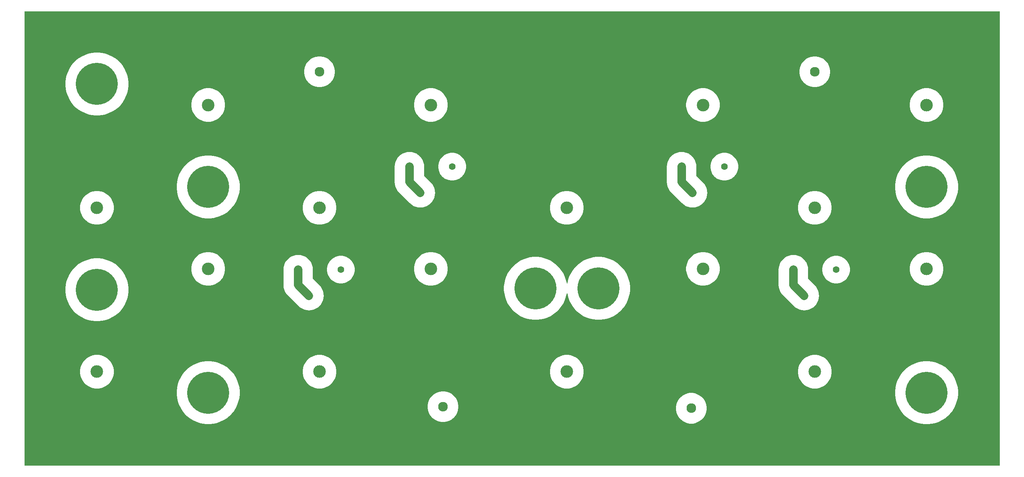
<source format=gtl>
G04*
G04 #@! TF.GenerationSoftware,Altium Limited,Altium Designer,22.8.2 (66)*
G04*
G04 Layer_Physical_Order=1*
G04 Layer_Color=255*
%FSLAX44Y44*%
%MOMM*%
G71*
G04*
G04 #@! TF.SameCoordinates,9A62F31F-D48D-475B-933D-7D02DB87FC69*
G04*
G04*
G04 #@! TF.FilePolarity,Positive*
G04*
G01*
G75*
%ADD18C,2.0000*%
%ADD19C,10.0000*%
%ADD20C,1.6000*%
%ADD21O,1.3000X1.5000*%
%ADD22C,3.0000*%
%ADD23C,2.3000*%
G36*
X2478362Y647718D02*
X157498D01*
X157498Y1730992D01*
X2478362Y1730992D01*
X2478362Y647718D01*
D02*
G37*
%LPC*%
G36*
X2041153Y1623130D02*
X2035408D01*
X2029733Y1622231D01*
X2024269Y1620456D01*
X2019150Y1617848D01*
X2014502Y1614471D01*
X2010439Y1610408D01*
X2007063Y1605760D01*
X2004454Y1600641D01*
X2002679Y1595177D01*
X2001780Y1589503D01*
Y1583757D01*
X2002679Y1578083D01*
X2004454Y1572619D01*
X2007063Y1567500D01*
X2010439Y1562852D01*
X2014502Y1558789D01*
X2019150Y1555412D01*
X2024269Y1552804D01*
X2029733Y1551029D01*
X2035408Y1550130D01*
X2041153D01*
X2046827Y1551029D01*
X2052291Y1552804D01*
X2057410Y1555412D01*
X2062058Y1558789D01*
X2066121Y1562852D01*
X2069498Y1567500D01*
X2072106Y1572619D01*
X2073881Y1578083D01*
X2074780Y1583757D01*
Y1589503D01*
X2073881Y1595177D01*
X2072106Y1600641D01*
X2069498Y1605760D01*
X2066121Y1610408D01*
X2062058Y1614471D01*
X2057410Y1617848D01*
X2052291Y1620456D01*
X2046827Y1622231D01*
X2041153Y1623130D01*
D02*
G37*
G36*
X862639D02*
X856894D01*
X851219Y1622231D01*
X845755Y1620456D01*
X840636Y1617848D01*
X835988Y1614471D01*
X831926Y1610408D01*
X828549Y1605760D01*
X825941Y1600641D01*
X824165Y1595177D01*
X823267Y1589503D01*
Y1583757D01*
X824165Y1578083D01*
X825941Y1572619D01*
X828549Y1567500D01*
X831926Y1562852D01*
X835988Y1558789D01*
X840636Y1555412D01*
X845755Y1552804D01*
X851219Y1551029D01*
X856894Y1550130D01*
X862639D01*
X868314Y1551029D01*
X873778Y1552804D01*
X878897Y1555412D01*
X883545Y1558789D01*
X887607Y1562852D01*
X890984Y1567500D01*
X893593Y1572619D01*
X895368Y1578083D01*
X896267Y1583757D01*
Y1589503D01*
X895368Y1595177D01*
X893593Y1600641D01*
X890984Y1605760D01*
X887607Y1610408D01*
X883545Y1614471D01*
X878897Y1617848D01*
X873778Y1620456D01*
X868314Y1622231D01*
X862639Y1623130D01*
D02*
G37*
G36*
X334390Y1632492D02*
X325966D01*
X317595Y1631548D01*
X309383Y1629674D01*
X301432Y1626892D01*
X293842Y1623237D01*
X286709Y1618755D01*
X280123Y1613503D01*
X274167Y1607546D01*
X268915Y1600960D01*
X264433Y1593828D01*
X260778Y1586238D01*
X257996Y1578287D01*
X256121Y1570074D01*
X255178Y1561703D01*
Y1553280D01*
X256121Y1544909D01*
X257996Y1536696D01*
X260778Y1528745D01*
X264433Y1521156D01*
X268915Y1514023D01*
X274167Y1507437D01*
X280123Y1501480D01*
X286709Y1496228D01*
X293842Y1491746D01*
X301432Y1488091D01*
X309383Y1485309D01*
X317595Y1483435D01*
X325966Y1482492D01*
X334390D01*
X342761Y1483435D01*
X350973Y1485309D01*
X358924Y1488091D01*
X366514Y1491746D01*
X373647Y1496228D01*
X380233Y1501480D01*
X386189Y1507437D01*
X391441Y1514023D01*
X395923Y1521156D01*
X399578Y1528745D01*
X402360Y1536696D01*
X404235Y1544909D01*
X405178Y1553280D01*
Y1561703D01*
X404235Y1570074D01*
X402360Y1578287D01*
X399578Y1586238D01*
X395923Y1593828D01*
X391441Y1600960D01*
X386189Y1607546D01*
X380233Y1613503D01*
X373647Y1618755D01*
X366514Y1623237D01*
X358924Y1626892D01*
X350973Y1629674D01*
X342761Y1631548D01*
X334390Y1632492D01*
D02*
G37*
G36*
X2307538Y1547493D02*
X2301242D01*
X2295023Y1546508D01*
X2289035Y1544563D01*
X2283425Y1541704D01*
X2278332Y1538004D01*
X2273880Y1533551D01*
X2270179Y1528458D01*
X2267321Y1522848D01*
X2265375Y1516860D01*
X2264390Y1510641D01*
Y1504345D01*
X2265375Y1498127D01*
X2267321Y1492139D01*
X2270179Y1486529D01*
X2273880Y1481435D01*
X2278332Y1476983D01*
X2283425Y1473282D01*
X2289035Y1470424D01*
X2295023Y1468478D01*
X2301242Y1467493D01*
X2307538D01*
X2313757Y1468478D01*
X2319745Y1470424D01*
X2325355Y1473282D01*
X2330448Y1476983D01*
X2334900Y1481435D01*
X2338601Y1486529D01*
X2341460Y1492139D01*
X2343405Y1498127D01*
X2344390Y1504345D01*
Y1510641D01*
X2343405Y1516860D01*
X2341460Y1522848D01*
X2338601Y1528458D01*
X2334900Y1533551D01*
X2330448Y1538004D01*
X2325355Y1541704D01*
X2319745Y1544563D01*
X2313757Y1546508D01*
X2307538Y1547493D01*
D02*
G37*
G36*
X1775369Y1547490D02*
X1769073D01*
X1762854Y1546505D01*
X1756866Y1544559D01*
X1751256Y1541701D01*
X1746162Y1538000D01*
X1741710Y1533548D01*
X1738009Y1528454D01*
X1735151Y1522845D01*
X1733206Y1516857D01*
X1732221Y1510638D01*
Y1504342D01*
X1733206Y1498123D01*
X1735151Y1492135D01*
X1738009Y1486525D01*
X1741710Y1481432D01*
X1746162Y1476980D01*
X1751256Y1473279D01*
X1756866Y1470421D01*
X1762854Y1468475D01*
X1769073Y1467490D01*
X1775369D01*
X1781587Y1468475D01*
X1787575Y1470421D01*
X1793185Y1473279D01*
X1798279Y1476980D01*
X1802731Y1481432D01*
X1806432Y1486525D01*
X1809290Y1492135D01*
X1811236Y1498123D01*
X1812221Y1504342D01*
Y1510638D01*
X1811236Y1516857D01*
X1809290Y1522845D01*
X1806432Y1528454D01*
X1802731Y1533548D01*
X1798279Y1538000D01*
X1793185Y1541701D01*
X1787575Y1544559D01*
X1781587Y1546505D01*
X1775369Y1547490D01*
D02*
G37*
G36*
X1127726D02*
X1121430D01*
X1115211Y1546505D01*
X1109223Y1544559D01*
X1103613Y1541701D01*
X1098520Y1538000D01*
X1094068Y1533548D01*
X1090367Y1528454D01*
X1087508Y1522845D01*
X1085563Y1516857D01*
X1084578Y1510638D01*
Y1504342D01*
X1085563Y1498123D01*
X1087508Y1492135D01*
X1090367Y1486525D01*
X1094068Y1481432D01*
X1098520Y1476980D01*
X1103613Y1473279D01*
X1109223Y1470421D01*
X1115211Y1468475D01*
X1121430Y1467490D01*
X1127726D01*
X1133945Y1468475D01*
X1139933Y1470421D01*
X1145543Y1473279D01*
X1150636Y1476980D01*
X1155088Y1481432D01*
X1158789Y1486525D01*
X1161647Y1492135D01*
X1163593Y1498123D01*
X1164578Y1504342D01*
Y1510638D01*
X1163593Y1516857D01*
X1161647Y1522845D01*
X1158789Y1528454D01*
X1155088Y1533548D01*
X1150636Y1538000D01*
X1145543Y1541701D01*
X1139933Y1544559D01*
X1133945Y1546505D01*
X1127726Y1547490D01*
D02*
G37*
G36*
X598118D02*
X591822D01*
X585603Y1546505D01*
X579615Y1544559D01*
X574005Y1541701D01*
X568912Y1538000D01*
X564460Y1533548D01*
X560759Y1528454D01*
X557901Y1522845D01*
X555955Y1516857D01*
X554970Y1510638D01*
Y1504342D01*
X555955Y1498123D01*
X557901Y1492135D01*
X560759Y1486525D01*
X564460Y1481432D01*
X568912Y1476980D01*
X574005Y1473279D01*
X579615Y1470421D01*
X585603Y1468475D01*
X591822Y1467490D01*
X598118D01*
X604337Y1468475D01*
X610325Y1470421D01*
X615935Y1473279D01*
X621028Y1476980D01*
X625480Y1481432D01*
X629181Y1486525D01*
X632039Y1492135D01*
X633985Y1498123D01*
X634970Y1504342D01*
Y1510638D01*
X633985Y1516857D01*
X632039Y1522845D01*
X629181Y1528454D01*
X625480Y1533548D01*
X621028Y1538000D01*
X615935Y1541701D01*
X610325Y1544559D01*
X604337Y1546505D01*
X598118Y1547490D01*
D02*
G37*
G36*
X1825609Y1393328D02*
X1820414D01*
X1815284Y1392515D01*
X1810344Y1390910D01*
X1805716Y1388552D01*
X1801514Y1385499D01*
X1797841Y1381826D01*
X1794787Y1377623D01*
X1792429Y1372995D01*
X1790824Y1368055D01*
X1790012Y1362925D01*
Y1357731D01*
X1790824Y1352600D01*
X1792429Y1347660D01*
X1794787Y1343032D01*
X1797841Y1338830D01*
X1801514Y1335157D01*
X1805716Y1332104D01*
X1810344Y1329745D01*
X1815284Y1328140D01*
X1820414Y1327328D01*
X1825609D01*
X1830739Y1328140D01*
X1835679Y1329745D01*
X1840307Y1332104D01*
X1844510Y1335157D01*
X1848183Y1338830D01*
X1851236Y1343032D01*
X1853594Y1347660D01*
X1855199Y1352600D01*
X1856012Y1357731D01*
Y1362925D01*
X1855199Y1368055D01*
X1853594Y1372995D01*
X1851236Y1377623D01*
X1848183Y1381826D01*
X1844510Y1385499D01*
X1840307Y1388552D01*
X1835679Y1390910D01*
X1830739Y1392515D01*
X1825609Y1393328D01*
D02*
G37*
G36*
X1177966D02*
X1172772D01*
X1167641Y1392515D01*
X1162701Y1390910D01*
X1158073Y1388552D01*
X1153871Y1385499D01*
X1150198Y1381826D01*
X1147145Y1377623D01*
X1144787Y1372995D01*
X1143182Y1368055D01*
X1142369Y1362925D01*
Y1357731D01*
X1143182Y1352600D01*
X1144787Y1347660D01*
X1147145Y1343032D01*
X1150198Y1338830D01*
X1153871Y1335157D01*
X1158073Y1332104D01*
X1162701Y1329745D01*
X1167641Y1328140D01*
X1172772Y1327328D01*
X1177966D01*
X1183096Y1328140D01*
X1188036Y1329745D01*
X1192665Y1332104D01*
X1196867Y1335157D01*
X1200540Y1338830D01*
X1203593Y1343032D01*
X1205951Y1347660D01*
X1207556Y1352600D01*
X1208369Y1357731D01*
Y1362925D01*
X1207556Y1368055D01*
X1205951Y1372995D01*
X1203593Y1377623D01*
X1200540Y1381826D01*
X1196867Y1385499D01*
X1192665Y1388552D01*
X1188036Y1390910D01*
X1183096Y1392515D01*
X1177966Y1393328D01*
D02*
G37*
G36*
X1721412Y1395436D02*
X1715919Y1395004D01*
X1710563Y1393718D01*
X1705473Y1391609D01*
X1700775Y1388731D01*
X1696586Y1385153D01*
X1693009Y1380964D01*
X1690130Y1376266D01*
X1688022Y1371177D01*
X1686736Y1365820D01*
X1686303Y1360328D01*
Y1323898D01*
X1686736Y1318406D01*
X1688022Y1313049D01*
X1690130Y1307959D01*
X1693009Y1303262D01*
X1696586Y1299073D01*
X1722386Y1273272D01*
X1726575Y1269695D01*
X1731273Y1266816D01*
X1736363Y1264708D01*
X1741720Y1263422D01*
X1747212Y1262990D01*
X1752704Y1263422D01*
X1758061Y1264708D01*
X1763150Y1266816D01*
X1767848Y1269695D01*
X1772037Y1273272D01*
X1775615Y1277462D01*
X1778493Y1282159D01*
X1780602Y1287249D01*
X1781888Y1292606D01*
X1782320Y1298098D01*
X1781888Y1303590D01*
X1780602Y1308947D01*
X1778493Y1314037D01*
X1775615Y1318734D01*
X1772037Y1322923D01*
X1756520Y1338440D01*
Y1360328D01*
X1756088Y1365820D01*
X1754802Y1371177D01*
X1752693Y1376266D01*
X1749815Y1380964D01*
X1746237Y1385153D01*
X1742048Y1388731D01*
X1737350Y1391609D01*
X1732261Y1393718D01*
X1726904Y1395004D01*
X1721412Y1395436D01*
D02*
G37*
G36*
X1073769D02*
X1068277Y1395004D01*
X1062920Y1393718D01*
X1057830Y1391609D01*
X1053133Y1388731D01*
X1048944Y1385153D01*
X1045366Y1380964D01*
X1042487Y1376266D01*
X1040379Y1371177D01*
X1039093Y1365820D01*
X1038661Y1360328D01*
Y1323898D01*
X1039093Y1318406D01*
X1040379Y1313049D01*
X1042487Y1307959D01*
X1045366Y1303262D01*
X1048944Y1299073D01*
X1074744Y1273272D01*
X1078933Y1269695D01*
X1083630Y1266816D01*
X1088720Y1264708D01*
X1094077Y1263422D01*
X1099569Y1262990D01*
X1105061Y1263422D01*
X1110418Y1264708D01*
X1115508Y1266816D01*
X1120205Y1269695D01*
X1124394Y1273272D01*
X1127972Y1277462D01*
X1130851Y1282159D01*
X1132959Y1287249D01*
X1134245Y1292606D01*
X1134677Y1298098D01*
X1134245Y1303590D01*
X1132959Y1308947D01*
X1130851Y1314037D01*
X1127972Y1318734D01*
X1124394Y1322923D01*
X1108877Y1338440D01*
Y1360328D01*
X1108445Y1365820D01*
X1107159Y1371177D01*
X1105051Y1376266D01*
X1102172Y1380964D01*
X1098594Y1385153D01*
X1094405Y1388731D01*
X1089708Y1391609D01*
X1084618Y1393718D01*
X1079261Y1395004D01*
X1073769Y1395436D01*
D02*
G37*
G36*
X599182Y1387224D02*
X590758D01*
X582387Y1386281D01*
X574175Y1384406D01*
X566223Y1381624D01*
X558634Y1377969D01*
X551501Y1373487D01*
X544915Y1368235D01*
X538959Y1362279D01*
X533707Y1355693D01*
X529225Y1348560D01*
X525570Y1340970D01*
X522788Y1333019D01*
X520913Y1324807D01*
X519970Y1316436D01*
Y1308012D01*
X520913Y1299641D01*
X522788Y1291429D01*
X525570Y1283477D01*
X529225Y1275888D01*
X533707Y1268755D01*
X538959Y1262169D01*
X544915Y1256213D01*
X551501Y1250960D01*
X558634Y1246479D01*
X566223Y1242824D01*
X574175Y1240042D01*
X582387Y1238167D01*
X590758Y1237224D01*
X599182D01*
X607553Y1238167D01*
X615765Y1240042D01*
X623717Y1242824D01*
X631306Y1246479D01*
X638439Y1250960D01*
X645025Y1256213D01*
X650981Y1262169D01*
X656234Y1268755D01*
X660715Y1275888D01*
X664370Y1283477D01*
X667152Y1291429D01*
X669027Y1299641D01*
X669970Y1308012D01*
Y1316436D01*
X669027Y1324807D01*
X667152Y1333019D01*
X664370Y1340970D01*
X660715Y1348560D01*
X656234Y1355693D01*
X650981Y1362279D01*
X645025Y1368235D01*
X638439Y1373487D01*
X631306Y1377969D01*
X623717Y1381624D01*
X615765Y1384406D01*
X607553Y1386281D01*
X599182Y1387224D01*
D02*
G37*
G36*
X2308602Y1387224D02*
X2300178D01*
X2291807Y1386281D01*
X2283595Y1384406D01*
X2275643Y1381624D01*
X2268054Y1377969D01*
X2260921Y1373487D01*
X2254335Y1368235D01*
X2248379Y1362279D01*
X2243127Y1355693D01*
X2238645Y1348560D01*
X2234990Y1340970D01*
X2232208Y1333019D01*
X2230333Y1324807D01*
X2229390Y1316436D01*
Y1308012D01*
X2230333Y1299641D01*
X2232208Y1291429D01*
X2234990Y1283477D01*
X2238645Y1275888D01*
X2243127Y1268755D01*
X2248379Y1262169D01*
X2254335Y1256212D01*
X2260921Y1250960D01*
X2268054Y1246479D01*
X2275643Y1242824D01*
X2283595Y1240042D01*
X2291807Y1238167D01*
X2300178Y1237224D01*
X2308602D01*
X2316973Y1238167D01*
X2325185Y1240042D01*
X2333136Y1242824D01*
X2340726Y1246479D01*
X2347859Y1250960D01*
X2354445Y1256212D01*
X2360401Y1262169D01*
X2365654Y1268755D01*
X2370135Y1275888D01*
X2373790Y1283477D01*
X2376572Y1291429D01*
X2378447Y1299641D01*
X2379390Y1308012D01*
Y1316436D01*
X2378447Y1324807D01*
X2376572Y1333019D01*
X2373790Y1340970D01*
X2370135Y1348560D01*
X2365654Y1355693D01*
X2360401Y1362279D01*
X2354445Y1368235D01*
X2347859Y1373487D01*
X2340726Y1377969D01*
X2333136Y1381624D01*
X2325185Y1384406D01*
X2316973Y1386281D01*
X2308602Y1387224D01*
D02*
G37*
G36*
X2041453Y1302222D02*
X2035157D01*
X2028939Y1301237D01*
X2022951Y1299292D01*
X2017341Y1296433D01*
X2012247Y1292733D01*
X2007795Y1288280D01*
X2004094Y1283187D01*
X2001236Y1277577D01*
X1999290Y1271589D01*
X1998305Y1265370D01*
Y1259074D01*
X1999290Y1252856D01*
X2001236Y1246868D01*
X2004094Y1241258D01*
X2007795Y1236164D01*
X2012247Y1231712D01*
X2017341Y1228011D01*
X2022951Y1225153D01*
X2028939Y1223207D01*
X2035157Y1222222D01*
X2041453D01*
X2047672Y1223207D01*
X2053660Y1225153D01*
X2059270Y1228011D01*
X2064364Y1231712D01*
X2068816Y1236164D01*
X2072516Y1241258D01*
X2075375Y1246868D01*
X2077320Y1252856D01*
X2078305Y1259074D01*
Y1265370D01*
X2077320Y1271589D01*
X2075375Y1277577D01*
X2072516Y1283187D01*
X2068816Y1288280D01*
X2064364Y1292733D01*
X2059270Y1296433D01*
X2053660Y1299292D01*
X2047672Y1301237D01*
X2041453Y1302222D01*
D02*
G37*
G36*
X1451211D02*
X1444915D01*
X1438696Y1301237D01*
X1432708Y1299292D01*
X1427098Y1296433D01*
X1422005Y1292733D01*
X1417553Y1288280D01*
X1413852Y1283187D01*
X1410993Y1277577D01*
X1409048Y1271589D01*
X1408063Y1265370D01*
Y1259074D01*
X1409048Y1252856D01*
X1410993Y1246868D01*
X1413852Y1241258D01*
X1417553Y1236164D01*
X1422005Y1231712D01*
X1427098Y1228011D01*
X1432708Y1225153D01*
X1438696Y1223207D01*
X1444915Y1222222D01*
X1451211D01*
X1457430Y1223207D01*
X1463418Y1225153D01*
X1469028Y1228011D01*
X1474121Y1231712D01*
X1478573Y1236164D01*
X1482274Y1241258D01*
X1485132Y1246868D01*
X1487078Y1252856D01*
X1488063Y1259074D01*
Y1265370D01*
X1487078Y1271589D01*
X1485132Y1277577D01*
X1482274Y1283187D01*
X1478573Y1288280D01*
X1474121Y1292733D01*
X1469028Y1296433D01*
X1463418Y1299292D01*
X1457430Y1301237D01*
X1451211Y1302222D01*
D02*
G37*
G36*
X862922D02*
X856626D01*
X850407Y1301237D01*
X844419Y1299292D01*
X838809Y1296433D01*
X833716Y1292733D01*
X829264Y1288280D01*
X825563Y1283187D01*
X822704Y1277577D01*
X820759Y1271589D01*
X819774Y1265370D01*
Y1259074D01*
X820759Y1252856D01*
X822704Y1246868D01*
X825563Y1241258D01*
X829264Y1236164D01*
X833716Y1231712D01*
X838809Y1228011D01*
X844419Y1225153D01*
X850407Y1223207D01*
X856626Y1222222D01*
X862922D01*
X869141Y1223207D01*
X875129Y1225153D01*
X880739Y1228011D01*
X885832Y1231712D01*
X890284Y1236164D01*
X893985Y1241258D01*
X896843Y1246868D01*
X898789Y1252856D01*
X899774Y1259074D01*
Y1265370D01*
X898789Y1271589D01*
X896843Y1277577D01*
X893985Y1283187D01*
X890284Y1288280D01*
X885832Y1292733D01*
X880739Y1296433D01*
X875129Y1299292D01*
X869141Y1301237D01*
X862922Y1302222D01*
D02*
G37*
G36*
X333326D02*
X327030D01*
X320811Y1301237D01*
X314823Y1299292D01*
X309213Y1296433D01*
X304120Y1292733D01*
X299668Y1288280D01*
X295967Y1283187D01*
X293109Y1277577D01*
X291163Y1271589D01*
X290178Y1265370D01*
Y1259074D01*
X291163Y1252856D01*
X293109Y1246868D01*
X295967Y1241258D01*
X299668Y1236164D01*
X304120Y1231712D01*
X309213Y1228011D01*
X314823Y1225153D01*
X320811Y1223207D01*
X327030Y1222222D01*
X333326D01*
X339545Y1223207D01*
X345533Y1225153D01*
X351143Y1228011D01*
X356236Y1231712D01*
X360688Y1236164D01*
X364389Y1241258D01*
X367247Y1246868D01*
X369193Y1252856D01*
X370178Y1259074D01*
Y1265370D01*
X369193Y1271589D01*
X367247Y1277577D01*
X364389Y1283187D01*
X360688Y1288280D01*
X356236Y1292733D01*
X351143Y1296433D01*
X345533Y1299292D01*
X339545Y1301237D01*
X333326Y1302222D01*
D02*
G37*
G36*
X2091694Y1148060D02*
X2086499D01*
X2081369Y1147247D01*
X2076429Y1145642D01*
X2071801Y1143284D01*
X2067598Y1140231D01*
X2063925Y1136558D01*
X2060872Y1132356D01*
X2058514Y1127728D01*
X2056909Y1122787D01*
X2056096Y1117657D01*
Y1112463D01*
X2056909Y1107333D01*
X2058514Y1102392D01*
X2060872Y1097764D01*
X2063925Y1093562D01*
X2067598Y1089889D01*
X2071801Y1086836D01*
X2076429Y1084478D01*
X2081369Y1082873D01*
X2086499Y1082060D01*
X2091694D01*
X2096824Y1082873D01*
X2101764Y1084478D01*
X2106392Y1086836D01*
X2110594Y1089889D01*
X2114267Y1093562D01*
X2117321Y1097764D01*
X2119679Y1102392D01*
X2121284Y1107333D01*
X2122096Y1112463D01*
Y1117657D01*
X2121284Y1122787D01*
X2119679Y1127728D01*
X2117321Y1132356D01*
X2114267Y1136558D01*
X2110594Y1140231D01*
X2106392Y1143284D01*
X2101764Y1145642D01*
X2096824Y1147247D01*
X2091694Y1148060D01*
D02*
G37*
G36*
X913162D02*
X907968D01*
X902838Y1147247D01*
X897897Y1145642D01*
X893269Y1143284D01*
X889067Y1140231D01*
X885394Y1136558D01*
X882341Y1132356D01*
X879983Y1127728D01*
X878378Y1122787D01*
X877565Y1117657D01*
Y1112463D01*
X878378Y1107333D01*
X879983Y1102392D01*
X882341Y1097764D01*
X885394Y1093562D01*
X889067Y1089889D01*
X893269Y1086836D01*
X897897Y1084478D01*
X902838Y1082873D01*
X907968Y1082060D01*
X913162D01*
X918292Y1082873D01*
X923233Y1084478D01*
X927861Y1086836D01*
X932063Y1089889D01*
X935736Y1093562D01*
X938789Y1097764D01*
X941147Y1102392D01*
X942752Y1107333D01*
X943565Y1112463D01*
Y1117657D01*
X942752Y1122787D01*
X941147Y1127728D01*
X938789Y1132356D01*
X935736Y1136558D01*
X932063Y1140231D01*
X927861Y1143284D01*
X923233Y1145642D01*
X918292Y1147247D01*
X913162Y1148060D01*
D02*
G37*
G36*
X1527942Y1145320D02*
X1519518D01*
X1511147Y1144377D01*
X1502935Y1142502D01*
X1494984Y1139720D01*
X1487394Y1136065D01*
X1480261Y1131583D01*
X1473675Y1126331D01*
X1467719Y1120375D01*
X1462466Y1113789D01*
X1457985Y1106656D01*
X1454330Y1099066D01*
X1451548Y1091115D01*
X1449673Y1082903D01*
X1449365Y1080168D01*
X1448095D01*
X1447787Y1082903D01*
X1445912Y1091115D01*
X1443130Y1099066D01*
X1439475Y1106656D01*
X1434993Y1113789D01*
X1429741Y1120375D01*
X1423785Y1126331D01*
X1417199Y1131583D01*
X1410066Y1136065D01*
X1402477Y1139720D01*
X1394525Y1142502D01*
X1386313Y1144377D01*
X1377942Y1145320D01*
X1369518D01*
X1361147Y1144377D01*
X1352935Y1142502D01*
X1344984Y1139720D01*
X1337394Y1136065D01*
X1330261Y1131583D01*
X1323675Y1126331D01*
X1317719Y1120375D01*
X1312467Y1113789D01*
X1307985Y1106656D01*
X1304330Y1099066D01*
X1301548Y1091115D01*
X1299673Y1082903D01*
X1298730Y1074532D01*
Y1066108D01*
X1299673Y1057737D01*
X1301548Y1049525D01*
X1304330Y1041573D01*
X1307985Y1033984D01*
X1312467Y1026851D01*
X1317719Y1020265D01*
X1323675Y1014309D01*
X1330261Y1009057D01*
X1337394Y1004575D01*
X1344984Y1000920D01*
X1352935Y998138D01*
X1361147Y996263D01*
X1369518Y995320D01*
X1377942D01*
X1386313Y996263D01*
X1394525Y998138D01*
X1402477Y1000920D01*
X1410066Y1004575D01*
X1417199Y1009057D01*
X1423785Y1014309D01*
X1429741Y1020265D01*
X1434993Y1026851D01*
X1439475Y1033984D01*
X1443130Y1041573D01*
X1445912Y1049525D01*
X1447787Y1057737D01*
X1448095Y1060472D01*
X1449365D01*
X1449673Y1057737D01*
X1451548Y1049525D01*
X1454330Y1041573D01*
X1457985Y1033984D01*
X1462466Y1026851D01*
X1467719Y1020265D01*
X1473675Y1014309D01*
X1480261Y1009057D01*
X1487394Y1004575D01*
X1494984Y1000920D01*
X1502935Y998138D01*
X1511147Y996263D01*
X1519518Y995320D01*
X1527942D01*
X1536313Y996263D01*
X1544525Y998138D01*
X1552477Y1000920D01*
X1560066Y1004575D01*
X1567199Y1009057D01*
X1573785Y1014309D01*
X1579741Y1020265D01*
X1584993Y1026851D01*
X1589475Y1033984D01*
X1593130Y1041573D01*
X1595912Y1049525D01*
X1597787Y1057737D01*
X1598730Y1066108D01*
Y1074532D01*
X1597787Y1082903D01*
X1595912Y1091115D01*
X1593130Y1099066D01*
X1589475Y1106656D01*
X1584993Y1113789D01*
X1579741Y1120375D01*
X1573785Y1126331D01*
X1567199Y1131583D01*
X1560066Y1136065D01*
X1552477Y1139720D01*
X1544525Y1142502D01*
X1536313Y1144377D01*
X1527942Y1145320D01*
D02*
G37*
G36*
X2307538Y1156954D02*
X2301242D01*
X2295023Y1155970D01*
X2289035Y1154024D01*
X2283425Y1151166D01*
X2278332Y1147465D01*
X2273880Y1143013D01*
X2270179Y1137919D01*
X2267321Y1132309D01*
X2265375Y1126321D01*
X2264390Y1120103D01*
Y1113806D01*
X2265375Y1107588D01*
X2267321Y1101600D01*
X2270179Y1095990D01*
X2273880Y1090896D01*
X2278332Y1086444D01*
X2283425Y1082743D01*
X2289035Y1079885D01*
X2295023Y1077939D01*
X2301242Y1076954D01*
X2307538D01*
X2313757Y1077939D01*
X2319745Y1079885D01*
X2325355Y1082743D01*
X2330448Y1086444D01*
X2334900Y1090896D01*
X2338601Y1095990D01*
X2341460Y1101600D01*
X2343405Y1107588D01*
X2344390Y1113806D01*
Y1120103D01*
X2343405Y1126321D01*
X2341460Y1132309D01*
X2338601Y1137919D01*
X2334900Y1143013D01*
X2330448Y1147465D01*
X2325355Y1151166D01*
X2319745Y1154024D01*
X2313757Y1155970D01*
X2307538Y1156954D01*
D02*
G37*
G36*
X1775369D02*
X1769073D01*
X1762854Y1155970D01*
X1756866Y1154024D01*
X1751256Y1151166D01*
X1746162Y1147465D01*
X1741710Y1143013D01*
X1738009Y1137919D01*
X1735151Y1132309D01*
X1733206Y1126321D01*
X1732221Y1120103D01*
Y1113806D01*
X1733206Y1107588D01*
X1735151Y1101600D01*
X1738009Y1095990D01*
X1741710Y1090896D01*
X1746162Y1086444D01*
X1751256Y1082743D01*
X1756866Y1079885D01*
X1762854Y1077939D01*
X1769073Y1076954D01*
X1775369D01*
X1781587Y1077939D01*
X1787575Y1079885D01*
X1793185Y1082743D01*
X1798279Y1086444D01*
X1802731Y1090896D01*
X1806432Y1095990D01*
X1809290Y1101600D01*
X1811236Y1107588D01*
X1812221Y1113806D01*
Y1120103D01*
X1811236Y1126321D01*
X1809290Y1132309D01*
X1806432Y1137919D01*
X1802731Y1143013D01*
X1798279Y1147465D01*
X1793185Y1151166D01*
X1787575Y1154024D01*
X1781587Y1155970D01*
X1775369Y1156954D01*
D02*
G37*
G36*
X1127726D02*
X1121430D01*
X1115211Y1155970D01*
X1109223Y1154024D01*
X1103613Y1151166D01*
X1098520Y1147465D01*
X1094068Y1143013D01*
X1090367Y1137919D01*
X1087508Y1132309D01*
X1085563Y1126321D01*
X1084578Y1120103D01*
Y1113806D01*
X1085563Y1107588D01*
X1087508Y1101600D01*
X1090367Y1095990D01*
X1094068Y1090896D01*
X1098520Y1086444D01*
X1103613Y1082743D01*
X1109223Y1079885D01*
X1115211Y1077939D01*
X1121430Y1076954D01*
X1127726D01*
X1133945Y1077939D01*
X1139933Y1079885D01*
X1145543Y1082743D01*
X1150636Y1086444D01*
X1155088Y1090896D01*
X1158789Y1095990D01*
X1161647Y1101600D01*
X1163593Y1107588D01*
X1164578Y1113806D01*
Y1120103D01*
X1163593Y1126321D01*
X1161647Y1132309D01*
X1158789Y1137919D01*
X1155088Y1143013D01*
X1150636Y1147465D01*
X1145543Y1151166D01*
X1139933Y1154024D01*
X1133945Y1155970D01*
X1127726Y1156954D01*
D02*
G37*
G36*
X598118D02*
X591822D01*
X585603Y1155970D01*
X579615Y1154024D01*
X574005Y1151166D01*
X568912Y1147465D01*
X564460Y1143013D01*
X560759Y1137919D01*
X557901Y1132309D01*
X555955Y1126321D01*
X554970Y1120103D01*
Y1113806D01*
X555955Y1107588D01*
X557901Y1101600D01*
X560759Y1095990D01*
X564460Y1090896D01*
X568912Y1086444D01*
X574005Y1082743D01*
X579615Y1079885D01*
X585603Y1077939D01*
X591822Y1076954D01*
X598118D01*
X604337Y1077939D01*
X610325Y1079885D01*
X615935Y1082743D01*
X621028Y1086444D01*
X625480Y1090896D01*
X629181Y1095990D01*
X632039Y1101600D01*
X633985Y1107588D01*
X634970Y1113806D01*
Y1120103D01*
X633985Y1126321D01*
X632039Y1132309D01*
X629181Y1137919D01*
X625480Y1143013D01*
X621028Y1147465D01*
X615935Y1151166D01*
X610325Y1154024D01*
X604337Y1155970D01*
X598118Y1156954D01*
D02*
G37*
G36*
X1987496Y1150168D02*
X1982004Y1149736D01*
X1976647Y1148450D01*
X1971558Y1146342D01*
X1966860Y1143463D01*
X1962671Y1139885D01*
X1959093Y1135696D01*
X1956215Y1130999D01*
X1954106Y1125909D01*
X1952820Y1120552D01*
X1952388Y1115060D01*
Y1078630D01*
X1952820Y1073138D01*
X1954106Y1067781D01*
X1956215Y1062691D01*
X1959093Y1057994D01*
X1962671Y1053805D01*
X1988471Y1028005D01*
X1992660Y1024427D01*
X1997357Y1021548D01*
X2002447Y1019440D01*
X2007804Y1018154D01*
X2013296Y1017722D01*
X2018788Y1018154D01*
X2024145Y1019440D01*
X2029235Y1021548D01*
X2033932Y1024427D01*
X2038122Y1028005D01*
X2041700Y1032194D01*
X2044578Y1036891D01*
X2046686Y1041981D01*
X2047972Y1047338D01*
X2048405Y1052830D01*
X2047972Y1058322D01*
X2046686Y1063679D01*
X2044578Y1068769D01*
X2041700Y1073466D01*
X2038122Y1077655D01*
X2022605Y1093172D01*
Y1115060D01*
X2022172Y1120552D01*
X2020886Y1125909D01*
X2018778Y1130999D01*
X2015900Y1135696D01*
X2012322Y1139885D01*
X2008132Y1143463D01*
X2003435Y1146342D01*
X1998345Y1148450D01*
X1992988Y1149736D01*
X1987496Y1150168D01*
D02*
G37*
G36*
X808965D02*
X803473Y1149736D01*
X798116Y1148450D01*
X793026Y1146342D01*
X788329Y1143463D01*
X784140Y1139885D01*
X780562Y1135696D01*
X777683Y1130999D01*
X775575Y1125909D01*
X774289Y1120552D01*
X773857Y1115060D01*
Y1078630D01*
X774289Y1073138D01*
X775575Y1067781D01*
X777683Y1062691D01*
X780562Y1057994D01*
X784140Y1053805D01*
X809940Y1028005D01*
X814129Y1024427D01*
X818826Y1021548D01*
X823916Y1019440D01*
X829273Y1018154D01*
X834765Y1017722D01*
X840257Y1018154D01*
X845614Y1019440D01*
X850704Y1021548D01*
X855401Y1024427D01*
X859590Y1028005D01*
X863168Y1032194D01*
X866047Y1036891D01*
X868155Y1041981D01*
X869441Y1047338D01*
X869873Y1052830D01*
X869441Y1058322D01*
X868155Y1063679D01*
X866047Y1068769D01*
X863168Y1073466D01*
X859590Y1077655D01*
X844073Y1093172D01*
Y1115060D01*
X843641Y1120552D01*
X842355Y1125909D01*
X840247Y1130999D01*
X837368Y1135696D01*
X833790Y1139885D01*
X829601Y1143463D01*
X824904Y1146342D01*
X819814Y1148450D01*
X814457Y1149736D01*
X808965Y1150168D01*
D02*
G37*
G36*
X334390Y1141956D02*
X325966D01*
X317595Y1141013D01*
X309383Y1139138D01*
X301432Y1136356D01*
X293842Y1132701D01*
X286709Y1128220D01*
X280123Y1122968D01*
X274167Y1117011D01*
X268915Y1110425D01*
X264433Y1103292D01*
X260778Y1095703D01*
X257996Y1087751D01*
X256121Y1079539D01*
X255178Y1071168D01*
Y1062744D01*
X256121Y1054373D01*
X257996Y1046161D01*
X260778Y1038210D01*
X264433Y1030620D01*
X268915Y1023487D01*
X274167Y1016901D01*
X280123Y1010945D01*
X286709Y1005693D01*
X293842Y1001211D01*
X301432Y997556D01*
X309383Y994774D01*
X317595Y992899D01*
X325966Y991956D01*
X334390D01*
X342761Y992899D01*
X350973Y994774D01*
X358924Y997556D01*
X366514Y1001211D01*
X373647Y1005693D01*
X380233Y1010945D01*
X386189Y1016901D01*
X391441Y1023487D01*
X395923Y1030620D01*
X399578Y1038210D01*
X402360Y1046161D01*
X404235Y1054373D01*
X405178Y1062744D01*
Y1071168D01*
X404235Y1079539D01*
X402360Y1087751D01*
X399578Y1095703D01*
X395923Y1103292D01*
X391441Y1110425D01*
X386189Y1117011D01*
X380233Y1122968D01*
X373647Y1128220D01*
X366514Y1132701D01*
X358924Y1136356D01*
X350973Y1139138D01*
X342761Y1141013D01*
X334390Y1141956D01*
D02*
G37*
G36*
X2041453Y911687D02*
X2035157D01*
X2028939Y910702D01*
X2022951Y908756D01*
X2017341Y905898D01*
X2012247Y902197D01*
X2007795Y897745D01*
X2004094Y892651D01*
X2001236Y887041D01*
X1999290Y881053D01*
X1998305Y874835D01*
Y868539D01*
X1999290Y862320D01*
X2001236Y856332D01*
X2004094Y850722D01*
X2007795Y845629D01*
X2012247Y841176D01*
X2017341Y837476D01*
X2022951Y834617D01*
X2028939Y832672D01*
X2035157Y831687D01*
X2041453D01*
X2047672Y832672D01*
X2053660Y834617D01*
X2059270Y837476D01*
X2064364Y841176D01*
X2068816Y845629D01*
X2072516Y850722D01*
X2075375Y856332D01*
X2077320Y862320D01*
X2078305Y868539D01*
Y874835D01*
X2077320Y881053D01*
X2075375Y887041D01*
X2072516Y892651D01*
X2068816Y897745D01*
X2064364Y902197D01*
X2059270Y905898D01*
X2053660Y908756D01*
X2047672Y910702D01*
X2041453Y911687D01*
D02*
G37*
G36*
X1451211D02*
X1444915D01*
X1438696Y910702D01*
X1432708Y908756D01*
X1427098Y905898D01*
X1422005Y902197D01*
X1417553Y897745D01*
X1413852Y892651D01*
X1410993Y887041D01*
X1409048Y881053D01*
X1408063Y874835D01*
Y868539D01*
X1409048Y862320D01*
X1410993Y856332D01*
X1413852Y850722D01*
X1417553Y845629D01*
X1422005Y841176D01*
X1427098Y837476D01*
X1432708Y834617D01*
X1438696Y832672D01*
X1444915Y831687D01*
X1451211D01*
X1457430Y832672D01*
X1463418Y834617D01*
X1469028Y837476D01*
X1474121Y841176D01*
X1478573Y845629D01*
X1482274Y850722D01*
X1485132Y856332D01*
X1487078Y862320D01*
X1488063Y868539D01*
Y874835D01*
X1487078Y881053D01*
X1485132Y887041D01*
X1482274Y892651D01*
X1478573Y897745D01*
X1474121Y902197D01*
X1469028Y905898D01*
X1463418Y908756D01*
X1457430Y910702D01*
X1451211Y911687D01*
D02*
G37*
G36*
X862922D02*
X856626D01*
X850407Y910702D01*
X844419Y908756D01*
X838809Y905898D01*
X833716Y902197D01*
X829264Y897745D01*
X825563Y892651D01*
X822704Y887041D01*
X820759Y881053D01*
X819774Y874835D01*
Y868539D01*
X820759Y862320D01*
X822704Y856332D01*
X825563Y850722D01*
X829264Y845629D01*
X833716Y841176D01*
X838809Y837476D01*
X844419Y834617D01*
X850407Y832672D01*
X856626Y831687D01*
X862922D01*
X869141Y832672D01*
X875129Y834617D01*
X880739Y837476D01*
X885832Y841176D01*
X890284Y845629D01*
X893985Y850722D01*
X896843Y856332D01*
X898789Y862320D01*
X899774Y868539D01*
Y874835D01*
X898789Y881053D01*
X896843Y887041D01*
X893985Y892651D01*
X890284Y897745D01*
X885832Y902197D01*
X880739Y905898D01*
X875129Y908756D01*
X869141Y910702D01*
X862922Y911687D01*
D02*
G37*
G36*
X333326D02*
X327030D01*
X320811Y910702D01*
X314823Y908756D01*
X309213Y905898D01*
X304120Y902197D01*
X299668Y897745D01*
X295967Y892651D01*
X293109Y887041D01*
X291163Y881053D01*
X290178Y874835D01*
Y868539D01*
X291163Y862320D01*
X293109Y856332D01*
X295967Y850722D01*
X299668Y845629D01*
X304120Y841176D01*
X309213Y837476D01*
X314823Y834617D01*
X320811Y832672D01*
X327030Y831687D01*
X333326D01*
X339545Y832672D01*
X345533Y834617D01*
X351143Y837476D01*
X356236Y841176D01*
X360688Y845629D01*
X364389Y850722D01*
X367247Y856332D01*
X369193Y862320D01*
X370178Y868539D01*
Y874835D01*
X369193Y881053D01*
X367247Y887041D01*
X364389Y892651D01*
X360688Y897745D01*
X356236Y902197D01*
X351143Y905898D01*
X345533Y908756D01*
X339545Y910702D01*
X333326Y911687D01*
D02*
G37*
G36*
X1156643Y824770D02*
X1150897D01*
X1145223Y823871D01*
X1139759Y822096D01*
X1134640Y819488D01*
X1129992Y816111D01*
X1125929Y812048D01*
X1122552Y807400D01*
X1119944Y802281D01*
X1118169Y796817D01*
X1117270Y791143D01*
Y785397D01*
X1118169Y779723D01*
X1119944Y774259D01*
X1122552Y769140D01*
X1125929Y764492D01*
X1129992Y760429D01*
X1134640Y757052D01*
X1139759Y754444D01*
X1145223Y752669D01*
X1150897Y751770D01*
X1156643D01*
X1162317Y752669D01*
X1167781Y754444D01*
X1172900Y757052D01*
X1177548Y760429D01*
X1181611Y764492D01*
X1184988Y769140D01*
X1187596Y774259D01*
X1189371Y779723D01*
X1190270Y785397D01*
Y791143D01*
X1189371Y796817D01*
X1187596Y802281D01*
X1184988Y807400D01*
X1181611Y812048D01*
X1177548Y816111D01*
X1172900Y819488D01*
X1167781Y822096D01*
X1162317Y823871D01*
X1156643Y824770D01*
D02*
G37*
G36*
X1747193Y820960D02*
X1741447D01*
X1735773Y820061D01*
X1730309Y818286D01*
X1725190Y815678D01*
X1720542Y812301D01*
X1716479Y808238D01*
X1713102Y803590D01*
X1710494Y798471D01*
X1708719Y793007D01*
X1707820Y787333D01*
Y781587D01*
X1708719Y775913D01*
X1710494Y770449D01*
X1713102Y765330D01*
X1716479Y760682D01*
X1720542Y756619D01*
X1725190Y753242D01*
X1730309Y750634D01*
X1735773Y748859D01*
X1741447Y747960D01*
X1747193D01*
X1752867Y748859D01*
X1758331Y750634D01*
X1763450Y753242D01*
X1768098Y756619D01*
X1772161Y760682D01*
X1775538Y765330D01*
X1778146Y770449D01*
X1779921Y775913D01*
X1780820Y781587D01*
Y787333D01*
X1779921Y793007D01*
X1778146Y798471D01*
X1775538Y803590D01*
X1772161Y808238D01*
X1768098Y812301D01*
X1763450Y815678D01*
X1758331Y818286D01*
X1752867Y820061D01*
X1747193Y820960D01*
D02*
G37*
G36*
X599182Y896688D02*
X590758D01*
X582387Y895745D01*
X574175Y893871D01*
X566223Y891089D01*
X558634Y887434D01*
X551501Y882952D01*
X544915Y877700D01*
X538959Y871743D01*
X533707Y865157D01*
X529225Y858025D01*
X525570Y850435D01*
X522788Y842484D01*
X520913Y834271D01*
X519970Y825900D01*
Y817477D01*
X520913Y809106D01*
X522788Y800893D01*
X525570Y792942D01*
X529225Y785352D01*
X533707Y778220D01*
X538959Y771634D01*
X544915Y765677D01*
X551501Y760425D01*
X558634Y755943D01*
X566223Y752288D01*
X574175Y749506D01*
X582387Y747632D01*
X590758Y746688D01*
X599182D01*
X607553Y747632D01*
X615765Y749506D01*
X623717Y752288D01*
X631306Y755943D01*
X638439Y760425D01*
X645025Y765677D01*
X650981Y771634D01*
X656234Y778220D01*
X660715Y785352D01*
X664370Y792942D01*
X667152Y800893D01*
X669027Y809106D01*
X669970Y817477D01*
Y825900D01*
X669027Y834271D01*
X667152Y842484D01*
X664370Y850435D01*
X660715Y858025D01*
X656234Y865157D01*
X650981Y871743D01*
X645025Y877700D01*
X638439Y882952D01*
X631306Y887434D01*
X623717Y891089D01*
X615765Y893871D01*
X607553Y895745D01*
X599182Y896688D01*
D02*
G37*
G36*
X2308602Y896685D02*
X2300178D01*
X2291807Y895742D01*
X2283595Y893867D01*
X2275643Y891085D01*
X2268054Y887430D01*
X2260921Y882949D01*
X2254335Y877696D01*
X2248379Y871740D01*
X2243127Y865154D01*
X2238645Y858021D01*
X2234990Y850432D01*
X2232208Y842480D01*
X2230333Y834268D01*
X2229390Y825897D01*
Y817473D01*
X2230333Y809102D01*
X2232208Y800890D01*
X2234990Y792939D01*
X2238645Y785349D01*
X2243127Y778216D01*
X2248379Y771630D01*
X2254335Y765674D01*
X2260921Y760422D01*
X2268054Y755940D01*
X2275643Y752285D01*
X2283595Y749503D01*
X2291807Y747628D01*
X2300178Y746685D01*
X2308602D01*
X2316973Y747628D01*
X2325185Y749503D01*
X2333136Y752285D01*
X2340726Y755940D01*
X2347859Y760422D01*
X2354445Y765674D01*
X2360401Y771630D01*
X2365654Y778216D01*
X2370135Y785349D01*
X2373790Y792939D01*
X2376572Y800890D01*
X2378447Y809102D01*
X2379390Y817473D01*
Y825897D01*
X2378447Y834268D01*
X2376572Y842480D01*
X2373790Y850432D01*
X2370135Y858021D01*
X2365654Y865154D01*
X2360401Y871740D01*
X2354445Y877696D01*
X2347859Y882949D01*
X2340726Y887430D01*
X2333136Y891085D01*
X2325185Y893867D01*
X2316973Y895742D01*
X2308602Y896685D01*
D02*
G37*
%LPD*%
D18*
X808965Y1078630D02*
Y1115060D01*
Y1078630D02*
X834765Y1052830D01*
X1987496Y1078630D02*
X2013296Y1052830D01*
X1987496Y1078630D02*
Y1115060D01*
X1721412Y1323898D02*
X1747212Y1298098D01*
X1721412Y1323898D02*
Y1360328D01*
X1073769Y1323898D02*
X1099569Y1298098D01*
X1073769Y1323898D02*
Y1360328D01*
D19*
X1373730Y1070320D02*
D03*
X1523730D02*
D03*
X594970Y1312224D02*
D03*
Y821688D02*
D03*
X330178Y1066956D02*
D03*
Y1557492D02*
D03*
X2304390Y821685D02*
D03*
Y1312224D02*
D03*
D20*
X1175369Y1360328D02*
D03*
X1073769D02*
D03*
X2089096Y1115060D02*
D03*
X1987496D02*
D03*
X1823012Y1360328D02*
D03*
X1721412D02*
D03*
X910565Y1115060D02*
D03*
X808965D02*
D03*
D21*
X1099569Y1298098D02*
D03*
X1149569D02*
D03*
X1747212D02*
D03*
X1797212D02*
D03*
X834765Y1052830D02*
D03*
X884765D02*
D03*
X2013296D02*
D03*
X2063296D02*
D03*
D22*
X330178Y1362222D02*
D03*
Y1262222D02*
D03*
Y871687D02*
D03*
Y771687D02*
D03*
X2038305Y1362222D02*
D03*
Y1262222D02*
D03*
X1448063Y1362222D02*
D03*
Y1262222D02*
D03*
X594970Y1607490D02*
D03*
Y1507490D02*
D03*
X1772221Y1116954D02*
D03*
Y1016954D02*
D03*
Y1607490D02*
D03*
Y1507490D02*
D03*
X2038305Y871687D02*
D03*
Y771687D02*
D03*
X2304390Y1607493D02*
D03*
Y1507493D02*
D03*
Y1116954D02*
D03*
Y1016954D02*
D03*
X859774Y1362222D02*
D03*
Y1262222D02*
D03*
X1124578Y1607490D02*
D03*
Y1507490D02*
D03*
X1448063Y871687D02*
D03*
Y771687D02*
D03*
X859774Y871687D02*
D03*
Y771687D02*
D03*
X1124578Y1116954D02*
D03*
Y1016954D02*
D03*
X594970Y1116954D02*
D03*
Y1016954D02*
D03*
D23*
X1744320Y784460D02*
D03*
Y734460D02*
D03*
X1153770Y788270D02*
D03*
Y738270D02*
D03*
X859767Y1636630D02*
D03*
Y1586630D02*
D03*
X2038280Y1636630D02*
D03*
Y1586630D02*
D03*
M02*

</source>
